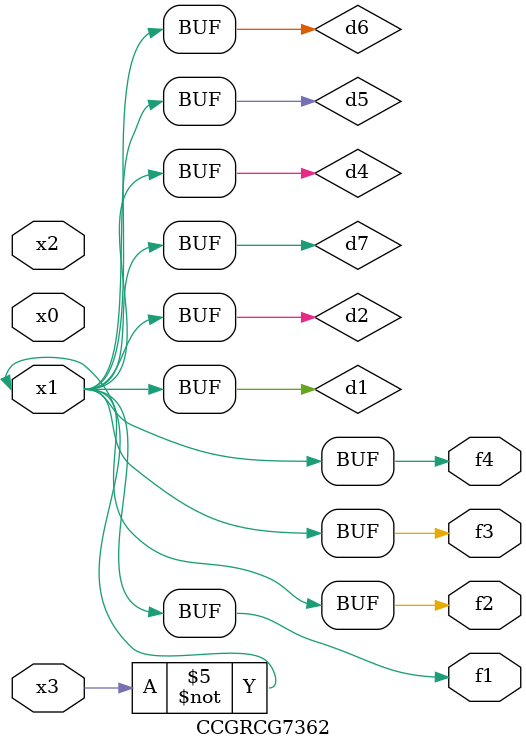
<source format=v>
module CCGRCG7362(
	input x0, x1, x2, x3,
	output f1, f2, f3, f4
);

	wire d1, d2, d3, d4, d5, d6, d7;

	not (d1, x3);
	buf (d2, x1);
	xnor (d3, d1, d2);
	nor (d4, d1);
	buf (d5, d1, d2);
	buf (d6, d4, d5);
	nand (d7, d4);
	assign f1 = d6;
	assign f2 = d7;
	assign f3 = d6;
	assign f4 = d6;
endmodule

</source>
